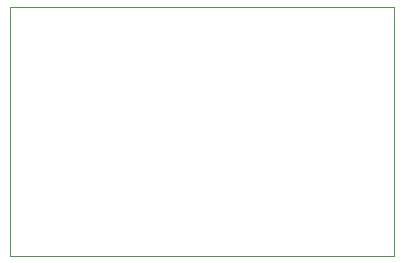
<source format=gbr>
%TF.GenerationSoftware,KiCad,Pcbnew,6.0.5-a6ca702e91~116~ubuntu20.04.1*%
%TF.CreationDate,2022-05-08T08:16:30-05:00*%
%TF.ProjectId,RFM69HW_Shield_v001,52464d36-3948-4575-9f53-6869656c645f,rev?*%
%TF.SameCoordinates,Original*%
%TF.FileFunction,Profile,NP*%
%FSLAX46Y46*%
G04 Gerber Fmt 4.6, Leading zero omitted, Abs format (unit mm)*
G04 Created by KiCad (PCBNEW 6.0.5-a6ca702e91~116~ubuntu20.04.1) date 2022-05-08 08:16:30*
%MOMM*%
%LPD*%
G01*
G04 APERTURE LIST*
%TA.AperFunction,Profile*%
%ADD10C,0.100000*%
%TD*%
G04 APERTURE END LIST*
D10*
X137650000Y-75770000D02*
X170160000Y-75770000D01*
X170160000Y-75770000D02*
X170160000Y-96900000D01*
X170160000Y-96900000D02*
X137650000Y-96900000D01*
X137650000Y-96900000D02*
X137650000Y-75770000D01*
M02*

</source>
